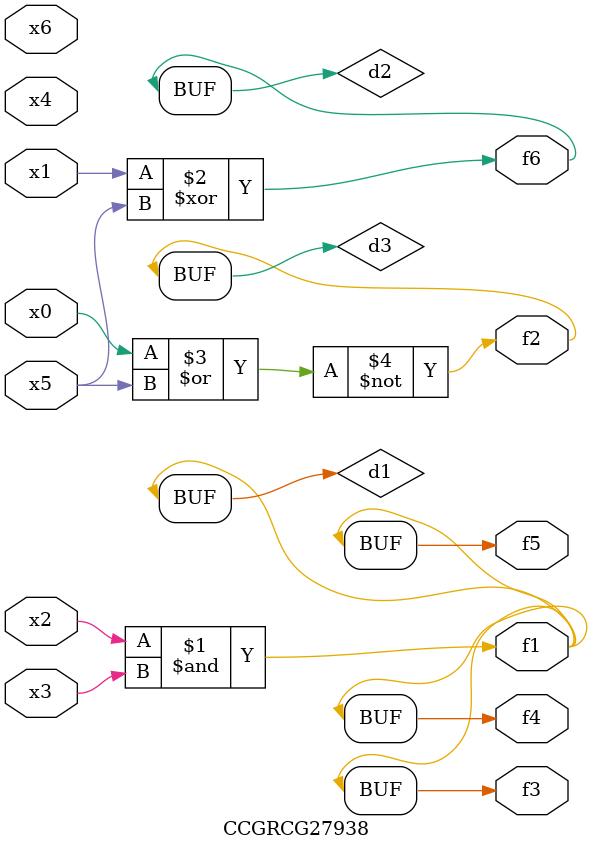
<source format=v>
module CCGRCG27938(
	input x0, x1, x2, x3, x4, x5, x6,
	output f1, f2, f3, f4, f5, f6
);

	wire d1, d2, d3;

	and (d1, x2, x3);
	xor (d2, x1, x5);
	nor (d3, x0, x5);
	assign f1 = d1;
	assign f2 = d3;
	assign f3 = d1;
	assign f4 = d1;
	assign f5 = d1;
	assign f6 = d2;
endmodule

</source>
